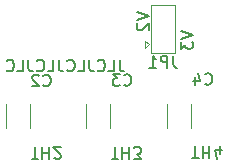
<source format=gbr>
%TF.GenerationSoftware,KiCad,Pcbnew,(5.1.10-1-10_14)*%
%TF.CreationDate,2022-01-09T15:55:39-08:00*%
%TF.ProjectId,ThermistorExpander-kicad,54686572-6d69-4737-946f-72457870616e,rev?*%
%TF.SameCoordinates,Original*%
%TF.FileFunction,Legend,Bot*%
%TF.FilePolarity,Positive*%
%FSLAX46Y46*%
G04 Gerber Fmt 4.6, Leading zero omitted, Abs format (unit mm)*
G04 Created by KiCad (PCBNEW (5.1.10-1-10_14)) date 2022-01-09 15:55:39*
%MOMM*%
%LPD*%
G01*
G04 APERTURE LIST*
%ADD10C,0.150000*%
%ADD11C,0.200000*%
%ADD12C,0.120000*%
G04 APERTURE END LIST*
D10*
X129409247Y-78751180D02*
X129409247Y-79465466D01*
X129456866Y-79608323D01*
X129552104Y-79703561D01*
X129694961Y-79751180D01*
X129790200Y-79751180D01*
X128456866Y-79751180D02*
X128933057Y-79751180D01*
X128933057Y-78751180D01*
X127552104Y-79655942D02*
X127599723Y-79703561D01*
X127742580Y-79751180D01*
X127837819Y-79751180D01*
X127980676Y-79703561D01*
X128075914Y-79608323D01*
X128123533Y-79513085D01*
X128171152Y-79322609D01*
X128171152Y-79179752D01*
X128123533Y-78989276D01*
X128075914Y-78894038D01*
X127980676Y-78798800D01*
X127837819Y-78751180D01*
X127742580Y-78751180D01*
X127599723Y-78798800D01*
X127552104Y-78846419D01*
X126837819Y-78751180D02*
X126837819Y-79465466D01*
X126885438Y-79608323D01*
X126980676Y-79703561D01*
X127123533Y-79751180D01*
X127218771Y-79751180D01*
X125885438Y-79751180D02*
X126361628Y-79751180D01*
X126361628Y-78751180D01*
X124980676Y-79655942D02*
X125028295Y-79703561D01*
X125171152Y-79751180D01*
X125266390Y-79751180D01*
X125409247Y-79703561D01*
X125504485Y-79608323D01*
X125552104Y-79513085D01*
X125599723Y-79322609D01*
X125599723Y-79179752D01*
X125552104Y-78989276D01*
X125504485Y-78894038D01*
X125409247Y-78798800D01*
X125266390Y-78751180D01*
X125171152Y-78751180D01*
X125028295Y-78798800D01*
X124980676Y-78846419D01*
X124266390Y-78751180D02*
X124266390Y-79465466D01*
X124314009Y-79608323D01*
X124409247Y-79703561D01*
X124552104Y-79751180D01*
X124647342Y-79751180D01*
X123314009Y-79751180D02*
X123790200Y-79751180D01*
X123790200Y-78751180D01*
X122409247Y-79655942D02*
X122456866Y-79703561D01*
X122599723Y-79751180D01*
X122694961Y-79751180D01*
X122837819Y-79703561D01*
X122933057Y-79608323D01*
X122980676Y-79513085D01*
X123028295Y-79322609D01*
X123028295Y-79179752D01*
X122980676Y-78989276D01*
X122933057Y-78894038D01*
X122837819Y-78798800D01*
X122694961Y-78751180D01*
X122599723Y-78751180D01*
X122456866Y-78798800D01*
X122409247Y-78846419D01*
X121694961Y-78751180D02*
X121694961Y-79465466D01*
X121742580Y-79608323D01*
X121837819Y-79703561D01*
X121980676Y-79751180D01*
X122075914Y-79751180D01*
X120742580Y-79751180D02*
X121218771Y-79751180D01*
X121218771Y-78751180D01*
X119837819Y-79655942D02*
X119885438Y-79703561D01*
X120028295Y-79751180D01*
X120123533Y-79751180D01*
X120266390Y-79703561D01*
X120361628Y-79608323D01*
X120409247Y-79513085D01*
X120456866Y-79322609D01*
X120456866Y-79179752D01*
X120409247Y-78989276D01*
X120361628Y-78894038D01*
X120266390Y-78798800D01*
X120123533Y-78751180D01*
X120028295Y-78751180D01*
X119885438Y-78798800D01*
X119837819Y-78846419D01*
X130871980Y-74730076D02*
X131871980Y-75063409D01*
X130871980Y-75396742D01*
X130967219Y-75682457D02*
X130919600Y-75730076D01*
X130871980Y-75825314D01*
X130871980Y-76063409D01*
X130919600Y-76158647D01*
X130967219Y-76206266D01*
X131062457Y-76253885D01*
X131157695Y-76253885D01*
X131300552Y-76206266D01*
X131871980Y-75634838D01*
X131871980Y-76253885D01*
X134605780Y-76330276D02*
X135605780Y-76663609D01*
X134605780Y-76996942D01*
X134605780Y-77235038D02*
X134605780Y-77854085D01*
X134986733Y-77520752D01*
X134986733Y-77663609D01*
X135034352Y-77758847D01*
X135081971Y-77806466D01*
X135177209Y-77854085D01*
X135415304Y-77854085D01*
X135510542Y-77806466D01*
X135558161Y-77758847D01*
X135605780Y-77663609D01*
X135605780Y-77377895D01*
X135558161Y-77282657D01*
X135510542Y-77235038D01*
D11*
X135544085Y-87110819D02*
X136115514Y-87110819D01*
X135829800Y-86110819D02*
X135829800Y-87110819D01*
X136448847Y-86110819D02*
X136448847Y-87110819D01*
X136448847Y-86634628D02*
X137020276Y-86634628D01*
X137020276Y-86110819D02*
X137020276Y-87110819D01*
X137925038Y-86777485D02*
X137925038Y-86110819D01*
X137686942Y-87158438D02*
X137448847Y-86444152D01*
X138067895Y-86444152D01*
X128736885Y-87136219D02*
X129308314Y-87136219D01*
X129022600Y-86136219D02*
X129022600Y-87136219D01*
X129641647Y-86136219D02*
X129641647Y-87136219D01*
X129641647Y-86660028D02*
X130213076Y-86660028D01*
X130213076Y-86136219D02*
X130213076Y-87136219D01*
X130594028Y-87136219D02*
X131213076Y-87136219D01*
X130879742Y-86755266D01*
X131022600Y-86755266D01*
X131117838Y-86707647D01*
X131165457Y-86660028D01*
X131213076Y-86564790D01*
X131213076Y-86326695D01*
X131165457Y-86231457D01*
X131117838Y-86183838D01*
X131022600Y-86136219D01*
X130736885Y-86136219D01*
X130641647Y-86183838D01*
X130594028Y-86231457D01*
X121955085Y-87161619D02*
X122526514Y-87161619D01*
X122240800Y-86161619D02*
X122240800Y-87161619D01*
X122859847Y-86161619D02*
X122859847Y-87161619D01*
X122859847Y-86685428D02*
X123431276Y-86685428D01*
X123431276Y-86161619D02*
X123431276Y-87161619D01*
X123859847Y-87066380D02*
X123907466Y-87114000D01*
X124002704Y-87161619D01*
X124240800Y-87161619D01*
X124336038Y-87114000D01*
X124383657Y-87066380D01*
X124431276Y-86971142D01*
X124431276Y-86875904D01*
X124383657Y-86733047D01*
X123812228Y-86161619D01*
X124431276Y-86161619D01*
D12*
%TO.C,C4*%
X133422200Y-84508600D02*
X133422200Y-82508600D01*
X135462200Y-82508600D02*
X135462200Y-84508600D01*
%TO.C,C3*%
X126589600Y-84515200D02*
X126589600Y-82515200D01*
X128629600Y-82515200D02*
X128629600Y-84515200D01*
%TO.C,C2*%
X119807800Y-84515200D02*
X119807800Y-82515200D01*
X121847800Y-82515200D02*
X121847800Y-84515200D01*
%TO.C,JP1*%
X134070600Y-78199200D02*
X134070600Y-74099200D01*
X134070600Y-74099200D02*
X132070600Y-74099200D01*
X132070600Y-74099200D02*
X132070600Y-78199200D01*
X132070600Y-78199200D02*
X134070600Y-78199200D01*
X131870600Y-77449200D02*
X131570600Y-77749200D01*
X131570600Y-77749200D02*
X131570600Y-77149200D01*
X131870600Y-77449200D02*
X131570600Y-77149200D01*
%TO.C,C4*%
D10*
X136640866Y-80798942D02*
X136688485Y-80846561D01*
X136831342Y-80894180D01*
X136926580Y-80894180D01*
X137069438Y-80846561D01*
X137164676Y-80751323D01*
X137212295Y-80656085D01*
X137259914Y-80465609D01*
X137259914Y-80322752D01*
X137212295Y-80132276D01*
X137164676Y-80037038D01*
X137069438Y-79941800D01*
X136926580Y-79894180D01*
X136831342Y-79894180D01*
X136688485Y-79941800D01*
X136640866Y-79989419D01*
X135783723Y-80227514D02*
X135783723Y-80894180D01*
X136021819Y-79846561D02*
X136259914Y-80560847D01*
X135640866Y-80560847D01*
%TO.C,C3*%
X129782866Y-80875142D02*
X129830485Y-80922761D01*
X129973342Y-80970380D01*
X130068580Y-80970380D01*
X130211438Y-80922761D01*
X130306676Y-80827523D01*
X130354295Y-80732285D01*
X130401914Y-80541809D01*
X130401914Y-80398952D01*
X130354295Y-80208476D01*
X130306676Y-80113238D01*
X130211438Y-80018000D01*
X130068580Y-79970380D01*
X129973342Y-79970380D01*
X129830485Y-80018000D01*
X129782866Y-80065619D01*
X129449533Y-79970380D02*
X128830485Y-79970380D01*
X129163819Y-80351333D01*
X129020961Y-80351333D01*
X128925723Y-80398952D01*
X128878104Y-80446571D01*
X128830485Y-80541809D01*
X128830485Y-80779904D01*
X128878104Y-80875142D01*
X128925723Y-80922761D01*
X129020961Y-80970380D01*
X129306676Y-80970380D01*
X129401914Y-80922761D01*
X129449533Y-80875142D01*
%TO.C,C2*%
X122950266Y-80925942D02*
X122997885Y-80973561D01*
X123140742Y-81021180D01*
X123235980Y-81021180D01*
X123378838Y-80973561D01*
X123474076Y-80878323D01*
X123521695Y-80783085D01*
X123569314Y-80592609D01*
X123569314Y-80449752D01*
X123521695Y-80259276D01*
X123474076Y-80164038D01*
X123378838Y-80068800D01*
X123235980Y-80021180D01*
X123140742Y-80021180D01*
X122997885Y-80068800D01*
X122950266Y-80116419D01*
X122569314Y-80116419D02*
X122521695Y-80068800D01*
X122426457Y-80021180D01*
X122188361Y-80021180D01*
X122093123Y-80068800D01*
X122045504Y-80116419D01*
X121997885Y-80211657D01*
X121997885Y-80306895D01*
X122045504Y-80449752D01*
X122616933Y-81021180D01*
X121997885Y-81021180D01*
%TO.C,JP1*%
X133929333Y-78425580D02*
X133929333Y-79139866D01*
X133976952Y-79282723D01*
X134072190Y-79377961D01*
X134215047Y-79425580D01*
X134310285Y-79425580D01*
X133453142Y-79425580D02*
X133453142Y-78425580D01*
X133072190Y-78425580D01*
X132976952Y-78473200D01*
X132929333Y-78520819D01*
X132881714Y-78616057D01*
X132881714Y-78758914D01*
X132929333Y-78854152D01*
X132976952Y-78901771D01*
X133072190Y-78949390D01*
X133453142Y-78949390D01*
X131929333Y-79425580D02*
X132500761Y-79425580D01*
X132215047Y-79425580D02*
X132215047Y-78425580D01*
X132310285Y-78568438D01*
X132405523Y-78663676D01*
X132500761Y-78711295D01*
%TD*%
M02*

</source>
